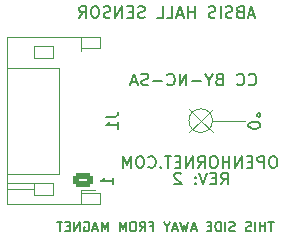
<source format=gbr>
%TF.GenerationSoftware,KiCad,Pcbnew,(6.0.9)*%
%TF.CreationDate,2023-01-09T21:32:37-09:00*%
%TF.ProjectId,ABSIS_Hall_Sensor,41425349-535f-4486-916c-6c5f53656e73,rev?*%
%TF.SameCoordinates,Original*%
%TF.FileFunction,Legend,Bot*%
%TF.FilePolarity,Positive*%
%FSLAX46Y46*%
G04 Gerber Fmt 4.6, Leading zero omitted, Abs format (unit mm)*
G04 Created by KiCad (PCBNEW (6.0.9)) date 2023-01-09 21:32:37*
%MOMM*%
%LPD*%
G01*
G04 APERTURE LIST*
G04 Aperture macros list*
%AMRoundRect*
0 Rectangle with rounded corners*
0 $1 Rounding radius*
0 $2 $3 $4 $5 $6 $7 $8 $9 X,Y pos of 4 corners*
0 Add a 4 corners polygon primitive as box body*
4,1,4,$2,$3,$4,$5,$6,$7,$8,$9,$2,$3,0*
0 Add four circle primitives for the rounded corners*
1,1,$1+$1,$2,$3*
1,1,$1+$1,$4,$5*
1,1,$1+$1,$6,$7*
1,1,$1+$1,$8,$9*
0 Add four rect primitives between the rounded corners*
20,1,$1+$1,$2,$3,$4,$5,0*
20,1,$1+$1,$4,$5,$6,$7,0*
20,1,$1+$1,$6,$7,$8,$9,0*
20,1,$1+$1,$8,$9,$2,$3,0*%
G04 Aperture macros list end*
%ADD10C,0.150000*%
%ADD11C,0.120000*%
%ADD12O,1.750000X1.200000*%
%ADD13RoundRect,0.249999X0.625001X-0.350001X0.625001X0.350001X-0.625001X0.350001X-0.625001X-0.350001X0*%
%ADD14C,2.500000*%
G04 APERTURE END LIST*
D10*
X19161904Y-18578904D02*
X18704761Y-18578904D01*
X18933333Y-19378904D02*
X18933333Y-18578904D01*
X18438095Y-19378904D02*
X18438095Y-18578904D01*
X18438095Y-18959857D02*
X17980952Y-18959857D01*
X17980952Y-19378904D02*
X17980952Y-18578904D01*
X17600000Y-19378904D02*
X17600000Y-18578904D01*
X17257142Y-19340809D02*
X17142857Y-19378904D01*
X16952380Y-19378904D01*
X16876190Y-19340809D01*
X16838095Y-19302714D01*
X16800000Y-19226523D01*
X16800000Y-19150333D01*
X16838095Y-19074142D01*
X16876190Y-19036047D01*
X16952380Y-18997952D01*
X17104761Y-18959857D01*
X17180952Y-18921761D01*
X17219047Y-18883666D01*
X17257142Y-18807476D01*
X17257142Y-18731285D01*
X17219047Y-18655095D01*
X17180952Y-18617000D01*
X17104761Y-18578904D01*
X16914285Y-18578904D01*
X16800000Y-18617000D01*
X15885714Y-19340809D02*
X15771428Y-19378904D01*
X15580952Y-19378904D01*
X15504761Y-19340809D01*
X15466666Y-19302714D01*
X15428571Y-19226523D01*
X15428571Y-19150333D01*
X15466666Y-19074142D01*
X15504761Y-19036047D01*
X15580952Y-18997952D01*
X15733333Y-18959857D01*
X15809523Y-18921761D01*
X15847619Y-18883666D01*
X15885714Y-18807476D01*
X15885714Y-18731285D01*
X15847619Y-18655095D01*
X15809523Y-18617000D01*
X15733333Y-18578904D01*
X15542857Y-18578904D01*
X15428571Y-18617000D01*
X15085714Y-19378904D02*
X15085714Y-18578904D01*
X14704761Y-19378904D02*
X14704761Y-18578904D01*
X14514285Y-18578904D01*
X14400000Y-18617000D01*
X14323809Y-18693190D01*
X14285714Y-18769380D01*
X14247619Y-18921761D01*
X14247619Y-19036047D01*
X14285714Y-19188428D01*
X14323809Y-19264619D01*
X14400000Y-19340809D01*
X14514285Y-19378904D01*
X14704761Y-19378904D01*
X13904761Y-18959857D02*
X13638095Y-18959857D01*
X13523809Y-19378904D02*
X13904761Y-19378904D01*
X13904761Y-18578904D01*
X13523809Y-18578904D01*
X12609523Y-19150333D02*
X12228571Y-19150333D01*
X12685714Y-19378904D02*
X12419047Y-18578904D01*
X12152380Y-19378904D01*
X11961904Y-18578904D02*
X11771428Y-19378904D01*
X11619047Y-18807476D01*
X11466666Y-19378904D01*
X11276190Y-18578904D01*
X11009523Y-19150333D02*
X10628571Y-19150333D01*
X11085714Y-19378904D02*
X10819047Y-18578904D01*
X10552380Y-19378904D01*
X10133333Y-18997952D02*
X10133333Y-19378904D01*
X10400000Y-18578904D02*
X10133333Y-18997952D01*
X9866666Y-18578904D01*
X8723809Y-18959857D02*
X8990476Y-18959857D01*
X8990476Y-19378904D02*
X8990476Y-18578904D01*
X8609523Y-18578904D01*
X7847619Y-19378904D02*
X8114285Y-18997952D01*
X8304761Y-19378904D02*
X8304761Y-18578904D01*
X8000000Y-18578904D01*
X7923809Y-18617000D01*
X7885714Y-18655095D01*
X7847619Y-18731285D01*
X7847619Y-18845571D01*
X7885714Y-18921761D01*
X7923809Y-18959857D01*
X8000000Y-18997952D01*
X8304761Y-18997952D01*
X7352380Y-18578904D02*
X7200000Y-18578904D01*
X7123809Y-18617000D01*
X7047619Y-18693190D01*
X7009523Y-18845571D01*
X7009523Y-19112238D01*
X7047619Y-19264619D01*
X7123809Y-19340809D01*
X7200000Y-19378904D01*
X7352380Y-19378904D01*
X7428571Y-19340809D01*
X7504761Y-19264619D01*
X7542857Y-19112238D01*
X7542857Y-18845571D01*
X7504761Y-18693190D01*
X7428571Y-18617000D01*
X7352380Y-18578904D01*
X6666666Y-19378904D02*
X6666666Y-18578904D01*
X6400000Y-19150333D01*
X6133333Y-18578904D01*
X6133333Y-19378904D01*
X5142857Y-19378904D02*
X5142857Y-18578904D01*
X4876190Y-19150333D01*
X4609523Y-18578904D01*
X4609523Y-19378904D01*
X4266666Y-19150333D02*
X3885714Y-19150333D01*
X4342857Y-19378904D02*
X4076190Y-18578904D01*
X3809523Y-19378904D01*
X3123809Y-18617000D02*
X3200000Y-18578904D01*
X3314285Y-18578904D01*
X3428571Y-18617000D01*
X3504761Y-18693190D01*
X3542857Y-18769380D01*
X3580952Y-18921761D01*
X3580952Y-19036047D01*
X3542857Y-19188428D01*
X3504761Y-19264619D01*
X3428571Y-19340809D01*
X3314285Y-19378904D01*
X3238095Y-19378904D01*
X3123809Y-19340809D01*
X3085714Y-19302714D01*
X3085714Y-19036047D01*
X3238095Y-19036047D01*
X2742857Y-19378904D02*
X2742857Y-18578904D01*
X2285714Y-19378904D01*
X2285714Y-18578904D01*
X1904761Y-18959857D02*
X1638095Y-18959857D01*
X1523809Y-19378904D02*
X1904761Y-19378904D01*
X1904761Y-18578904D01*
X1523809Y-18578904D01*
X1295238Y-18578904D02*
X838095Y-18578904D01*
X1066666Y-19378904D02*
X1066666Y-18578904D01*
X18040619Y-10428571D02*
X18040619Y-10333333D01*
X17993000Y-10238095D01*
X17945380Y-10190476D01*
X17850142Y-10142857D01*
X17659666Y-10095238D01*
X17421571Y-10095238D01*
X17231095Y-10142857D01*
X17135857Y-10190476D01*
X17088238Y-10238095D01*
X17040619Y-10333333D01*
X17040619Y-10428571D01*
X17088238Y-10523809D01*
X17135857Y-10571428D01*
X17231095Y-10619047D01*
X17421571Y-10666666D01*
X17659666Y-10666666D01*
X17850142Y-10619047D01*
X17945380Y-10571428D01*
X17993000Y-10523809D01*
X18040619Y-10428571D01*
X18040619Y-9523809D02*
X17993000Y-9619047D01*
X17897761Y-9666666D01*
X17802523Y-9619047D01*
X17754904Y-9523809D01*
X17802523Y-9428571D01*
X17897761Y-9380952D01*
X17993000Y-9428571D01*
X18040619Y-9523809D01*
X5532380Y-15398714D02*
X5532380Y-14827285D01*
X5532380Y-15113000D02*
X4532380Y-15113000D01*
X4675238Y-15017761D01*
X4770476Y-14922523D01*
X4818095Y-14827285D01*
X14714666Y-15405380D02*
X15048000Y-14929190D01*
X15286095Y-15405380D02*
X15286095Y-14405380D01*
X14905142Y-14405380D01*
X14809904Y-14453000D01*
X14762285Y-14500619D01*
X14714666Y-14595857D01*
X14714666Y-14738714D01*
X14762285Y-14833952D01*
X14809904Y-14881571D01*
X14905142Y-14929190D01*
X15286095Y-14929190D01*
X14286095Y-14881571D02*
X13952761Y-14881571D01*
X13809904Y-15405380D02*
X14286095Y-15405380D01*
X14286095Y-14405380D01*
X13809904Y-14405380D01*
X13524190Y-14405380D02*
X13190857Y-15405380D01*
X12857523Y-14405380D01*
X12524190Y-15310142D02*
X12476571Y-15357761D01*
X12524190Y-15405380D01*
X12571809Y-15357761D01*
X12524190Y-15310142D01*
X12524190Y-15405380D01*
X12524190Y-14786333D02*
X12476571Y-14833952D01*
X12524190Y-14881571D01*
X12571809Y-14833952D01*
X12524190Y-14786333D01*
X12524190Y-14881571D01*
X11333714Y-14500619D02*
X11286095Y-14453000D01*
X11190857Y-14405380D01*
X10952761Y-14405380D01*
X10857523Y-14453000D01*
X10809904Y-14500619D01*
X10762285Y-14595857D01*
X10762285Y-14691095D01*
X10809904Y-14833952D01*
X11381333Y-15405380D01*
X10762285Y-15405380D01*
X19230523Y-13008380D02*
X19040047Y-13008380D01*
X18944809Y-13056000D01*
X18849571Y-13151238D01*
X18801952Y-13341714D01*
X18801952Y-13675047D01*
X18849571Y-13865523D01*
X18944809Y-13960761D01*
X19040047Y-14008380D01*
X19230523Y-14008380D01*
X19325761Y-13960761D01*
X19421000Y-13865523D01*
X19468619Y-13675047D01*
X19468619Y-13341714D01*
X19421000Y-13151238D01*
X19325761Y-13056000D01*
X19230523Y-13008380D01*
X18373380Y-14008380D02*
X18373380Y-13008380D01*
X17992428Y-13008380D01*
X17897190Y-13056000D01*
X17849571Y-13103619D01*
X17801952Y-13198857D01*
X17801952Y-13341714D01*
X17849571Y-13436952D01*
X17897190Y-13484571D01*
X17992428Y-13532190D01*
X18373380Y-13532190D01*
X17373380Y-13484571D02*
X17040047Y-13484571D01*
X16897190Y-14008380D02*
X17373380Y-14008380D01*
X17373380Y-13008380D01*
X16897190Y-13008380D01*
X16468619Y-14008380D02*
X16468619Y-13008380D01*
X15897190Y-14008380D01*
X15897190Y-13008380D01*
X15421000Y-14008380D02*
X15421000Y-13008380D01*
X15421000Y-13484571D02*
X14849571Y-13484571D01*
X14849571Y-14008380D02*
X14849571Y-13008380D01*
X14182904Y-13008380D02*
X13992428Y-13008380D01*
X13897190Y-13056000D01*
X13801952Y-13151238D01*
X13754333Y-13341714D01*
X13754333Y-13675047D01*
X13801952Y-13865523D01*
X13897190Y-13960761D01*
X13992428Y-14008380D01*
X14182904Y-14008380D01*
X14278142Y-13960761D01*
X14373380Y-13865523D01*
X14421000Y-13675047D01*
X14421000Y-13341714D01*
X14373380Y-13151238D01*
X14278142Y-13056000D01*
X14182904Y-13008380D01*
X12754333Y-14008380D02*
X13087666Y-13532190D01*
X13325761Y-14008380D02*
X13325761Y-13008380D01*
X12944809Y-13008380D01*
X12849571Y-13056000D01*
X12801952Y-13103619D01*
X12754333Y-13198857D01*
X12754333Y-13341714D01*
X12801952Y-13436952D01*
X12849571Y-13484571D01*
X12944809Y-13532190D01*
X13325761Y-13532190D01*
X12325761Y-14008380D02*
X12325761Y-13008380D01*
X11754333Y-14008380D01*
X11754333Y-13008380D01*
X11278142Y-13484571D02*
X10944809Y-13484571D01*
X10801952Y-14008380D02*
X11278142Y-14008380D01*
X11278142Y-13008380D01*
X10801952Y-13008380D01*
X10516238Y-13008380D02*
X9944809Y-13008380D01*
X10230523Y-14008380D02*
X10230523Y-13008380D01*
X9611476Y-13913142D02*
X9563857Y-13960761D01*
X9611476Y-14008380D01*
X9659095Y-13960761D01*
X9611476Y-13913142D01*
X9611476Y-14008380D01*
X8563857Y-13913142D02*
X8611476Y-13960761D01*
X8754333Y-14008380D01*
X8849571Y-14008380D01*
X8992428Y-13960761D01*
X9087666Y-13865523D01*
X9135285Y-13770285D01*
X9182904Y-13579809D01*
X9182904Y-13436952D01*
X9135285Y-13246476D01*
X9087666Y-13151238D01*
X8992428Y-13056000D01*
X8849571Y-13008380D01*
X8754333Y-13008380D01*
X8611476Y-13056000D01*
X8563857Y-13103619D01*
X7944809Y-13008380D02*
X7754333Y-13008380D01*
X7659095Y-13056000D01*
X7563857Y-13151238D01*
X7516238Y-13341714D01*
X7516238Y-13675047D01*
X7563857Y-13865523D01*
X7659095Y-13960761D01*
X7754333Y-14008380D01*
X7944809Y-14008380D01*
X8040047Y-13960761D01*
X8135285Y-13865523D01*
X8182904Y-13675047D01*
X8182904Y-13341714D01*
X8135285Y-13151238D01*
X8040047Y-13056000D01*
X7944809Y-13008380D01*
X7087666Y-14008380D02*
X7087666Y-13008380D01*
X6754333Y-13722666D01*
X6421000Y-13008380D01*
X6421000Y-14008380D01*
X17079666Y-6928142D02*
X17127285Y-6975761D01*
X17270142Y-7023380D01*
X17365380Y-7023380D01*
X17508238Y-6975761D01*
X17603476Y-6880523D01*
X17651095Y-6785285D01*
X17698714Y-6594809D01*
X17698714Y-6451952D01*
X17651095Y-6261476D01*
X17603476Y-6166238D01*
X17508238Y-6071000D01*
X17365380Y-6023380D01*
X17270142Y-6023380D01*
X17127285Y-6071000D01*
X17079666Y-6118619D01*
X16079666Y-6928142D02*
X16127285Y-6975761D01*
X16270142Y-7023380D01*
X16365380Y-7023380D01*
X16508238Y-6975761D01*
X16603476Y-6880523D01*
X16651095Y-6785285D01*
X16698714Y-6594809D01*
X16698714Y-6451952D01*
X16651095Y-6261476D01*
X16603476Y-6166238D01*
X16508238Y-6071000D01*
X16365380Y-6023380D01*
X16270142Y-6023380D01*
X16127285Y-6071000D01*
X16079666Y-6118619D01*
X14555857Y-6499571D02*
X14413000Y-6547190D01*
X14365380Y-6594809D01*
X14317761Y-6690047D01*
X14317761Y-6832904D01*
X14365380Y-6928142D01*
X14413000Y-6975761D01*
X14508238Y-7023380D01*
X14889190Y-7023380D01*
X14889190Y-6023380D01*
X14555857Y-6023380D01*
X14460619Y-6071000D01*
X14413000Y-6118619D01*
X14365380Y-6213857D01*
X14365380Y-6309095D01*
X14413000Y-6404333D01*
X14460619Y-6451952D01*
X14555857Y-6499571D01*
X14889190Y-6499571D01*
X13698714Y-6547190D02*
X13698714Y-7023380D01*
X14032047Y-6023380D02*
X13698714Y-6547190D01*
X13365380Y-6023380D01*
X13032047Y-6642428D02*
X12270142Y-6642428D01*
X11793952Y-7023380D02*
X11793952Y-6023380D01*
X11222523Y-7023380D01*
X11222523Y-6023380D01*
X10174904Y-6928142D02*
X10222523Y-6975761D01*
X10365380Y-7023380D01*
X10460619Y-7023380D01*
X10603476Y-6975761D01*
X10698714Y-6880523D01*
X10746333Y-6785285D01*
X10793952Y-6594809D01*
X10793952Y-6451952D01*
X10746333Y-6261476D01*
X10698714Y-6166238D01*
X10603476Y-6071000D01*
X10460619Y-6023380D01*
X10365380Y-6023380D01*
X10222523Y-6071000D01*
X10174904Y-6118619D01*
X9746333Y-6642428D02*
X8984428Y-6642428D01*
X8555857Y-6975761D02*
X8413000Y-7023380D01*
X8174904Y-7023380D01*
X8079666Y-6975761D01*
X8032047Y-6928142D01*
X7984428Y-6832904D01*
X7984428Y-6737666D01*
X8032047Y-6642428D01*
X8079666Y-6594809D01*
X8174904Y-6547190D01*
X8365380Y-6499571D01*
X8460619Y-6451952D01*
X8508238Y-6404333D01*
X8555857Y-6309095D01*
X8555857Y-6213857D01*
X8508238Y-6118619D01*
X8460619Y-6071000D01*
X8365380Y-6023380D01*
X8127285Y-6023380D01*
X7984428Y-6071000D01*
X7603476Y-6737666D02*
X7127285Y-6737666D01*
X7698714Y-7023380D02*
X7365380Y-6023380D01*
X7032047Y-7023380D01*
X17531761Y-1022666D02*
X17055571Y-1022666D01*
X17627000Y-1308380D02*
X17293666Y-308380D01*
X16960333Y-1308380D01*
X16293666Y-784571D02*
X16150809Y-832190D01*
X16103190Y-879809D01*
X16055571Y-975047D01*
X16055571Y-1117904D01*
X16103190Y-1213142D01*
X16150809Y-1260761D01*
X16246047Y-1308380D01*
X16627000Y-1308380D01*
X16627000Y-308380D01*
X16293666Y-308380D01*
X16198428Y-356000D01*
X16150809Y-403619D01*
X16103190Y-498857D01*
X16103190Y-594095D01*
X16150809Y-689333D01*
X16198428Y-736952D01*
X16293666Y-784571D01*
X16627000Y-784571D01*
X15674619Y-1260761D02*
X15531761Y-1308380D01*
X15293666Y-1308380D01*
X15198428Y-1260761D01*
X15150809Y-1213142D01*
X15103190Y-1117904D01*
X15103190Y-1022666D01*
X15150809Y-927428D01*
X15198428Y-879809D01*
X15293666Y-832190D01*
X15484142Y-784571D01*
X15579380Y-736952D01*
X15627000Y-689333D01*
X15674619Y-594095D01*
X15674619Y-498857D01*
X15627000Y-403619D01*
X15579380Y-356000D01*
X15484142Y-308380D01*
X15246047Y-308380D01*
X15103190Y-356000D01*
X14674619Y-1308380D02*
X14674619Y-308380D01*
X14246047Y-1260761D02*
X14103190Y-1308380D01*
X13865095Y-1308380D01*
X13769857Y-1260761D01*
X13722238Y-1213142D01*
X13674619Y-1117904D01*
X13674619Y-1022666D01*
X13722238Y-927428D01*
X13769857Y-879809D01*
X13865095Y-832190D01*
X14055571Y-784571D01*
X14150809Y-736952D01*
X14198428Y-689333D01*
X14246047Y-594095D01*
X14246047Y-498857D01*
X14198428Y-403619D01*
X14150809Y-356000D01*
X14055571Y-308380D01*
X13817476Y-308380D01*
X13674619Y-356000D01*
X12484142Y-1308380D02*
X12484142Y-308380D01*
X12484142Y-784571D02*
X11912714Y-784571D01*
X11912714Y-1308380D02*
X11912714Y-308380D01*
X11484142Y-1022666D02*
X11007952Y-1022666D01*
X11579380Y-1308380D02*
X11246047Y-308380D01*
X10912714Y-1308380D01*
X10103190Y-1308380D02*
X10579380Y-1308380D01*
X10579380Y-308380D01*
X9293666Y-1308380D02*
X9769857Y-1308380D01*
X9769857Y-308380D01*
X8246047Y-1260761D02*
X8103190Y-1308380D01*
X7865095Y-1308380D01*
X7769857Y-1260761D01*
X7722238Y-1213142D01*
X7674619Y-1117904D01*
X7674619Y-1022666D01*
X7722238Y-927428D01*
X7769857Y-879809D01*
X7865095Y-832190D01*
X8055571Y-784571D01*
X8150809Y-736952D01*
X8198428Y-689333D01*
X8246047Y-594095D01*
X8246047Y-498857D01*
X8198428Y-403619D01*
X8150809Y-356000D01*
X8055571Y-308380D01*
X7817476Y-308380D01*
X7674619Y-356000D01*
X7246047Y-784571D02*
X6912714Y-784571D01*
X6769857Y-1308380D02*
X7246047Y-1308380D01*
X7246047Y-308380D01*
X6769857Y-308380D01*
X6341285Y-1308380D02*
X6341285Y-308380D01*
X5769857Y-1308380D01*
X5769857Y-308380D01*
X5341285Y-1260761D02*
X5198428Y-1308380D01*
X4960333Y-1308380D01*
X4865095Y-1260761D01*
X4817476Y-1213142D01*
X4769857Y-1117904D01*
X4769857Y-1022666D01*
X4817476Y-927428D01*
X4865095Y-879809D01*
X4960333Y-832190D01*
X5150809Y-784571D01*
X5246047Y-736952D01*
X5293666Y-689333D01*
X5341285Y-594095D01*
X5341285Y-498857D01*
X5293666Y-403619D01*
X5246047Y-356000D01*
X5150809Y-308380D01*
X4912714Y-308380D01*
X4769857Y-356000D01*
X4150809Y-308380D02*
X3960333Y-308380D01*
X3865095Y-356000D01*
X3769857Y-451238D01*
X3722238Y-641714D01*
X3722238Y-975047D01*
X3769857Y-1165523D01*
X3865095Y-1260761D01*
X3960333Y-1308380D01*
X4150809Y-1308380D01*
X4246047Y-1260761D01*
X4341285Y-1165523D01*
X4388904Y-975047D01*
X4388904Y-641714D01*
X4341285Y-451238D01*
X4246047Y-356000D01*
X4150809Y-308380D01*
X2722238Y-1308380D02*
X3055571Y-832190D01*
X3293666Y-1308380D02*
X3293666Y-308380D01*
X2912714Y-308380D01*
X2817476Y-356000D01*
X2769857Y-403619D01*
X2722238Y-498857D01*
X2722238Y-641714D01*
X2769857Y-736952D01*
X2817476Y-784571D01*
X2912714Y-832190D01*
X3293666Y-832190D01*
D11*
X12000000Y-11000000D02*
X13000000Y-10000000D01*
X14000000Y-11000000D02*
X13000000Y-10000000D01*
X14000000Y-9000000D02*
X13000000Y-10000000D01*
X12000000Y-9000000D02*
X13000000Y-10000000D01*
X14000000Y-10000000D02*
G75*
G03*
X14000000Y-10000000I-1000000J0D01*
G01*
X14000000Y-10000000D02*
X16731000Y-10000000D01*
D10*
%TO.C,J1*%
X5002380Y-9666666D02*
X5716666Y-9666666D01*
X5859523Y-9619047D01*
X5954761Y-9523809D01*
X6002380Y-9380952D01*
X6002380Y-9285714D01*
X6002380Y-10666666D02*
X6002380Y-10095238D01*
X6002380Y-10380952D02*
X5002380Y-10380952D01*
X5145238Y-10285714D01*
X5240476Y-10190476D01*
X5288095Y-10095238D01*
D11*
X2860000Y-15860000D02*
X4075000Y-15860000D01*
X-1100000Y-15800000D02*
X-3360000Y-15800000D01*
X-1100000Y-15300000D02*
X-3360000Y-15300000D01*
X500000Y-4700000D02*
X500000Y-3700000D01*
X-1100000Y-4700000D02*
X500000Y-4700000D01*
X-1100000Y-3700000D02*
X-1100000Y-4700000D01*
X500000Y-3700000D02*
X-1100000Y-3700000D01*
X500000Y-15300000D02*
X500000Y-16300000D01*
X-1100000Y-15300000D02*
X500000Y-15300000D01*
X-1100000Y-16300000D02*
X-1100000Y-15300000D01*
X500000Y-16300000D02*
X-1100000Y-16300000D01*
X2860000Y-2940000D02*
X2860000Y-3860000D01*
X2860000Y-17060000D02*
X2860000Y-16140000D01*
X1000000Y-5500000D02*
X-3360000Y-5500000D01*
X1000000Y-14500000D02*
X1000000Y-5500000D01*
X-3360000Y-14500000D02*
X1000000Y-14500000D01*
X2860000Y-3860000D02*
X2860000Y-4140000D01*
X4460000Y-3860000D02*
X2860000Y-3860000D01*
X4460000Y-2940000D02*
X4460000Y-3860000D01*
X-3360000Y-2940000D02*
X4460000Y-2940000D01*
X-3360000Y-17060000D02*
X-3360000Y-2940000D01*
X4460000Y-17060000D02*
X-3360000Y-17060000D01*
X4460000Y-16140000D02*
X4460000Y-17060000D01*
X2860000Y-16140000D02*
X4460000Y-16140000D01*
X2860000Y-15860000D02*
X2860000Y-16140000D01*
%TD*%
%LPC*%
D12*
%TO.C,J1*%
X3000000Y-5000000D03*
X3000000Y-7000000D03*
X3000000Y-9000000D03*
X3000000Y-11000000D03*
X3000000Y-13000000D03*
D13*
X3000000Y-15000000D03*
%TD*%
D14*
%TO.C,H2*%
X9000000Y-17000000D03*
%TD*%
%TO.C,H1*%
X9000000Y-3000000D03*
%TD*%
%TO.C,H4*%
X17000000Y-3000000D03*
%TD*%
%TO.C,H3*%
X17000000Y-17000000D03*
%TD*%
M02*

</source>
